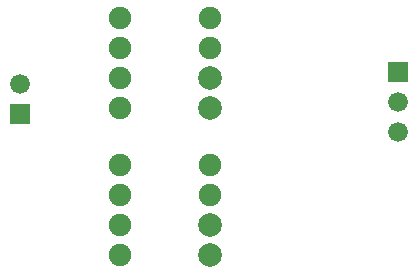
<source format=gbs>
G04 Layer: BottomSolderMaskLayer*
G04 EasyEDA v6.5.47, 2024-12-22 15:22:41*
G04 e1e7952599984f8b88d5fc9924ef2239,3d6967793dfb4ab392e21a473a945d40,10*
G04 Gerber Generator version 0.2*
G04 Scale: 100 percent, Rotated: No, Reflected: No *
G04 Dimensions in millimeters *
G04 leading zeros omitted , absolute positions ,4 integer and 5 decimal *
%FSLAX45Y45*%
%MOMM*%

%AMMACRO1*4,1,8,-0.8085,-0.8382,-0.8382,-0.8082,-0.8382,0.8085,-0.8085,0.8382,0.8082,0.8382,0.8382,0.8085,0.8382,-0.8082,0.8082,-0.8382,-0.8085,-0.8382,0*%
%ADD10MACRO1*%
%ADD11C,1.6764*%
%ADD12C,1.9016*%
%ADD13C,2.0066*%

%LPD*%
D10*
G01*
X1651000Y4660900D03*
D11*
G01*
X1651000Y4914900D03*
G01*
X4851400Y4508500D03*
G01*
X4851400Y4762500D03*
D10*
G01*
X4851400Y5016500D03*
D12*
G01*
X2501900Y4229100D03*
G01*
X2501900Y3975100D03*
G01*
X2501900Y3721100D03*
G01*
X2501900Y3467100D03*
D13*
G01*
X3263900Y3467100D03*
D12*
G01*
X3263900Y3975100D03*
G01*
X3263900Y4229100D03*
D13*
G01*
X3263900Y3721100D03*
D12*
G01*
X2501900Y5473700D03*
G01*
X2501900Y5219700D03*
G01*
X2501900Y4965700D03*
G01*
X2501900Y4711700D03*
D13*
G01*
X3263900Y4711700D03*
D12*
G01*
X3263900Y5219700D03*
G01*
X3263900Y5473700D03*
D13*
G01*
X3263900Y4965700D03*
M02*

</source>
